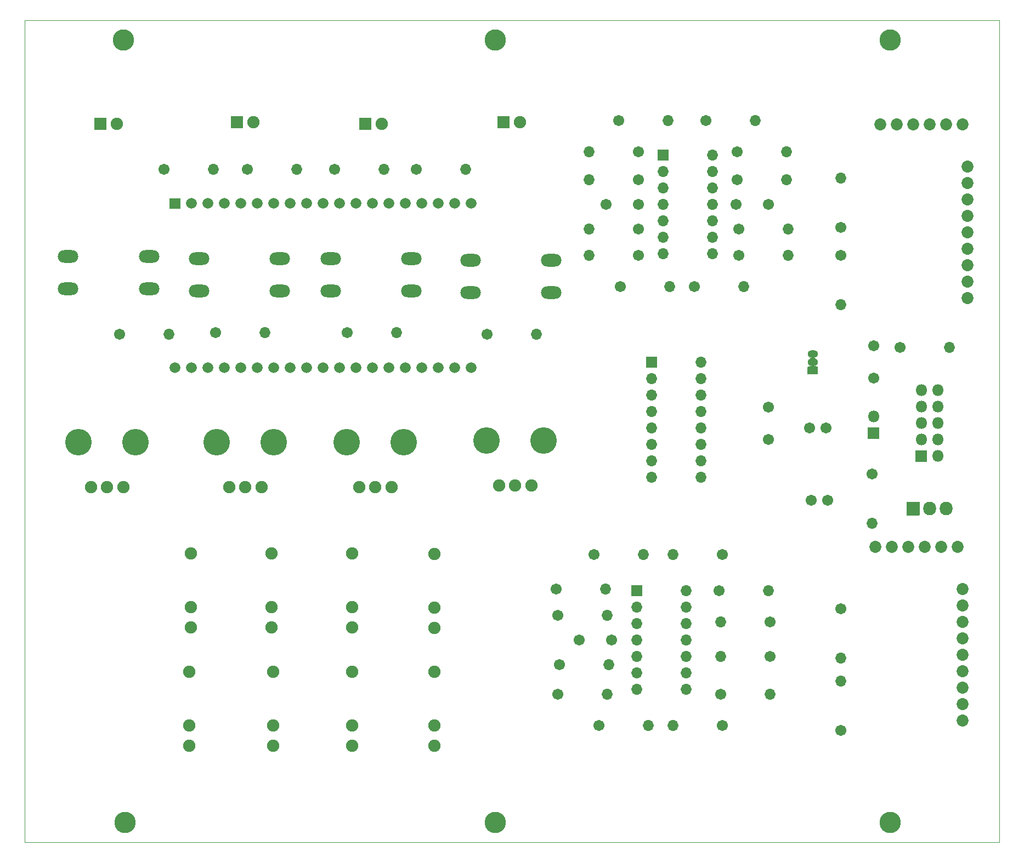
<source format=gbr>
G04 #@! TF.GenerationSoftware,KiCad,Pcbnew,(5.1.7)-1*
G04 #@! TF.CreationDate,2020-10-22T22:29:39+02:00*
G04 #@! TF.ProjectId,eurorack_engine,6575726f-7261-4636-9b5f-656e67696e65,rev?*
G04 #@! TF.SameCoordinates,Original*
G04 #@! TF.FileFunction,Soldermask,Top*
G04 #@! TF.FilePolarity,Negative*
%FSLAX46Y46*%
G04 Gerber Fmt 4.6, Leading zero omitted, Abs format (unit mm)*
G04 Created by KiCad (PCBNEW (5.1.7)-1) date 2020-10-22 22:29:39*
%MOMM*%
%LPD*%
G01*
G04 APERTURE LIST*
G04 #@! TA.AperFunction,Profile*
%ADD10C,0.050000*%
G04 #@! TD*
%ADD11C,3.302000*%
%ADD12O,1.602000X1.152000*%
%ADD13O,2.007000X2.102000*%
%ADD14O,1.702000X1.702000*%
%ADD15C,4.102000*%
%ADD16C,1.902000*%
%ADD17C,1.702000*%
%ADD18O,1.802000X1.802000*%
%ADD19O,3.150000X1.952000*%
%ADD20C,1.852000*%
%ADD21C,1.662000*%
%ADD22C,0.150000*%
G04 APERTURE END LIST*
D10*
X0Y-127000000D02*
X0Y0D01*
X150500000Y-127000000D02*
X0Y-127000000D01*
X150500000Y0D02*
X150500000Y-127000000D01*
X0Y0D02*
X150500000Y0D01*
X0Y-127000000D02*
X0Y0D01*
X150500000Y-127000000D02*
X0Y-127000000D01*
X150500000Y0D02*
X150500000Y-127000000D01*
X0Y0D02*
X150500000Y0D01*
D11*
X72644000Y-123952000D03*
X72644000Y-3048000D03*
X15494000Y-123952000D03*
X133604000Y-123952000D03*
X15240000Y-3048000D03*
X133604000Y-3048000D03*
G36*
G01*
X122416000Y-54678000D02*
X120916000Y-54678000D01*
G75*
G02*
X120865000Y-54627000I0J51000D01*
G01*
X120865000Y-53577000D01*
G75*
G02*
X120916000Y-53526000I51000J0D01*
G01*
X122416000Y-53526000D01*
G75*
G02*
X122467000Y-53577000I0J-51000D01*
G01*
X122467000Y-54627000D01*
G75*
G02*
X122416000Y-54678000I-51000J0D01*
G01*
G37*
D12*
X121666000Y-51562000D03*
X121666000Y-52832000D03*
D13*
X142240000Y-75438000D03*
X139700000Y-75438000D03*
G36*
G01*
X136156500Y-76438000D02*
X136156500Y-74438000D01*
G75*
G02*
X136207500Y-74387000I51000J0D01*
G01*
X138112500Y-74387000D01*
G75*
G02*
X138163500Y-74438000I0J-51000D01*
G01*
X138163500Y-76438000D01*
G75*
G02*
X138112500Y-76489000I-51000J0D01*
G01*
X136207500Y-76489000D01*
G75*
G02*
X136156500Y-76438000I0J51000D01*
G01*
G37*
D14*
X102108000Y-88138000D03*
X94488000Y-103378000D03*
X102108000Y-90678000D03*
X94488000Y-100838000D03*
X102108000Y-93218000D03*
X94488000Y-98298000D03*
X102108000Y-95758000D03*
X94488000Y-95758000D03*
X102108000Y-98298000D03*
X94488000Y-93218000D03*
X102108000Y-100838000D03*
X94488000Y-90678000D03*
X102108000Y-103378000D03*
G36*
G01*
X93637000Y-88938000D02*
X93637000Y-87338000D01*
G75*
G02*
X93688000Y-87287000I51000J0D01*
G01*
X95288000Y-87287000D01*
G75*
G02*
X95339000Y-87338000I0J-51000D01*
G01*
X95339000Y-88938000D01*
G75*
G02*
X95288000Y-88989000I-51000J0D01*
G01*
X93688000Y-88989000D01*
G75*
G02*
X93637000Y-88938000I0J51000D01*
G01*
G37*
X106172000Y-20828000D03*
X98552000Y-36068000D03*
X106172000Y-23368000D03*
X98552000Y-33528000D03*
X106172000Y-25908000D03*
X98552000Y-30988000D03*
X106172000Y-28448000D03*
X98552000Y-28448000D03*
X106172000Y-30988000D03*
X98552000Y-25908000D03*
X106172000Y-33528000D03*
X98552000Y-23368000D03*
X106172000Y-36068000D03*
G36*
G01*
X97701000Y-21628000D02*
X97701000Y-20028000D01*
G75*
G02*
X97752000Y-19977000I51000J0D01*
G01*
X99352000Y-19977000D01*
G75*
G02*
X99403000Y-20028000I0J-51000D01*
G01*
X99403000Y-21628000D01*
G75*
G02*
X99352000Y-21679000I-51000J0D01*
G01*
X97752000Y-21679000D01*
G75*
G02*
X97701000Y-21628000I0J51000D01*
G01*
G37*
X104394000Y-52832000D03*
X96774000Y-70612000D03*
X104394000Y-55372000D03*
X96774000Y-68072000D03*
X104394000Y-57912000D03*
X96774000Y-65532000D03*
X104394000Y-60452000D03*
X96774000Y-62992000D03*
X104394000Y-62992000D03*
X96774000Y-60452000D03*
X104394000Y-65532000D03*
X96774000Y-57912000D03*
X104394000Y-68072000D03*
X96774000Y-55372000D03*
X104394000Y-70612000D03*
G36*
G01*
X95923000Y-53632000D02*
X95923000Y-52032000D01*
G75*
G02*
X95974000Y-51981000I51000J0D01*
G01*
X97574000Y-51981000D01*
G75*
G02*
X97625000Y-52032000I0J-51000D01*
G01*
X97625000Y-53632000D01*
G75*
G02*
X97574000Y-53683000I-51000J0D01*
G01*
X95974000Y-53683000D01*
G75*
G02*
X95923000Y-53632000I0J51000D01*
G01*
G37*
D15*
X80132000Y-64882000D03*
X71332000Y-64882000D03*
D16*
X78232000Y-71882000D03*
X75732000Y-71882000D03*
X73232000Y-71882000D03*
D15*
X58542000Y-65136000D03*
X49742000Y-65136000D03*
D16*
X56642000Y-72136000D03*
X54142000Y-72136000D03*
X51642000Y-72136000D03*
D15*
X38476000Y-65136000D03*
X29676000Y-65136000D03*
D16*
X36576000Y-72136000D03*
X34076000Y-72136000D03*
X31576000Y-72136000D03*
D15*
X17140000Y-65136000D03*
X8340000Y-65136000D03*
D16*
X15240000Y-72136000D03*
X12740000Y-72136000D03*
X10240000Y-72136000D03*
D14*
X142748000Y-50546000D03*
D17*
X135128000Y-50546000D03*
D14*
X130810000Y-77724000D03*
D17*
X130810000Y-70104000D03*
D14*
X117602000Y-20320000D03*
D17*
X109982000Y-20320000D03*
D14*
X87122000Y-36322000D03*
D17*
X94742000Y-36322000D03*
D14*
X115062000Y-104140000D03*
D17*
X107442000Y-104140000D03*
D14*
X114808000Y-88138000D03*
D17*
X107188000Y-88138000D03*
D14*
X117602000Y-24638000D03*
D17*
X109982000Y-24638000D03*
D14*
X99568000Y-41148000D03*
D17*
X91948000Y-41148000D03*
D14*
X100076000Y-108966000D03*
D17*
X107696000Y-108966000D03*
D14*
X100076000Y-82550000D03*
D17*
X107696000Y-82550000D03*
D14*
X112776000Y-15494000D03*
D17*
X105156000Y-15494000D03*
D14*
X87122000Y-32258000D03*
D17*
X94742000Y-32258000D03*
D14*
X107442000Y-98298000D03*
D17*
X115062000Y-98298000D03*
D14*
X107442000Y-92964000D03*
D17*
X115062000Y-92964000D03*
D14*
X125984000Y-24384000D03*
D17*
X125984000Y-32004000D03*
D14*
X125984000Y-102108000D03*
D17*
X125984000Y-109728000D03*
D14*
X117856000Y-36322000D03*
D17*
X110236000Y-36322000D03*
D14*
X87122000Y-20320000D03*
D17*
X94742000Y-20320000D03*
D14*
X89662000Y-87884000D03*
D17*
X82042000Y-87884000D03*
D14*
X89916000Y-104140000D03*
D17*
X82296000Y-104140000D03*
D14*
X95504000Y-82550000D03*
D17*
X87884000Y-82550000D03*
D14*
X96266000Y-108966000D03*
D17*
X88646000Y-108966000D03*
D14*
X110998000Y-41148000D03*
D17*
X103378000Y-41148000D03*
D14*
X99314000Y-15494000D03*
D17*
X91694000Y-15494000D03*
D14*
X89916000Y-91948000D03*
D17*
X82296000Y-91948000D03*
D14*
X90170000Y-99568000D03*
D17*
X82550000Y-99568000D03*
D14*
X117856000Y-32258000D03*
D17*
X110236000Y-32258000D03*
D14*
X87122000Y-24638000D03*
D17*
X94742000Y-24638000D03*
D14*
X125984000Y-43942000D03*
D17*
X125984000Y-36322000D03*
D14*
X125984000Y-98552000D03*
D17*
X125984000Y-90932000D03*
D18*
X131064000Y-61214000D03*
G36*
G01*
X131965000Y-62904000D02*
X131965000Y-64604000D01*
G75*
G02*
X131914000Y-64655000I-51000J0D01*
G01*
X130214000Y-64655000D01*
G75*
G02*
X130163000Y-64604000I0J51000D01*
G01*
X130163000Y-62904000D01*
G75*
G02*
X130214000Y-62853000I51000J0D01*
G01*
X131914000Y-62853000D01*
G75*
G02*
X131965000Y-62904000I0J-51000D01*
G01*
G37*
X140970000Y-57150000D03*
X138430000Y-57150000D03*
X140970000Y-59690000D03*
X138430000Y-59690000D03*
X140970000Y-62230000D03*
X138430000Y-62230000D03*
X140970000Y-64770000D03*
X138430000Y-64770000D03*
X140970000Y-67310000D03*
G36*
G01*
X137529000Y-68160000D02*
X137529000Y-66460000D01*
G75*
G02*
X137580000Y-66409000I51000J0D01*
G01*
X139280000Y-66409000D01*
G75*
G02*
X139331000Y-66460000I0J-51000D01*
G01*
X139331000Y-68160000D01*
G75*
G02*
X139280000Y-68211000I-51000J0D01*
G01*
X137580000Y-68211000D01*
G75*
G02*
X137529000Y-68160000I0J51000D01*
G01*
G37*
D16*
X63246000Y-100666000D03*
X63246000Y-112066000D03*
X63246000Y-108966000D03*
X38354000Y-100666000D03*
X38354000Y-112066000D03*
X38354000Y-108966000D03*
X50546000Y-82378000D03*
X50546000Y-93778000D03*
X50546000Y-90678000D03*
X63246000Y-82456000D03*
X63246000Y-93856000D03*
X63246000Y-90756000D03*
X50546000Y-100666000D03*
X50546000Y-112066000D03*
X50546000Y-108966000D03*
X25400000Y-100666000D03*
X25400000Y-112066000D03*
X25400000Y-108966000D03*
X25654000Y-82378000D03*
X25654000Y-93778000D03*
X25654000Y-90678000D03*
X38100000Y-82378000D03*
X38100000Y-93778000D03*
X38100000Y-90678000D03*
D17*
X90598000Y-95758000D03*
X85598000Y-95758000D03*
X131064000Y-55292000D03*
X131064000Y-50292000D03*
X114808000Y-28448000D03*
X109808000Y-28448000D03*
X94742000Y-28448000D03*
X89742000Y-28448000D03*
X114808000Y-59770000D03*
X114808000Y-64770000D03*
X121198000Y-62992000D03*
X123698000Y-62992000D03*
X121452000Y-74168000D03*
X123952000Y-74168000D03*
D19*
X68834000Y-42084000D03*
X68834000Y-37084000D03*
X81334000Y-42084000D03*
X81334000Y-37084000D03*
X47244000Y-41830000D03*
X47244000Y-36830000D03*
X59744000Y-41830000D03*
X59744000Y-36830000D03*
X26924000Y-41830000D03*
X26924000Y-36830000D03*
X39424000Y-41830000D03*
X39424000Y-36830000D03*
X6746000Y-41476000D03*
X6746000Y-36476000D03*
X19246000Y-41476000D03*
X19246000Y-36476000D03*
D14*
X78994000Y-48514000D03*
D17*
X71374000Y-48514000D03*
D14*
X57404000Y-48260000D03*
D17*
X49784000Y-48260000D03*
D14*
X37084000Y-48260000D03*
D17*
X29464000Y-48260000D03*
D14*
X22246000Y-48476000D03*
D17*
X14626000Y-48476000D03*
D14*
X68120000Y-23000000D03*
D17*
X60500000Y-23000000D03*
D14*
X55500000Y-23000000D03*
D17*
X47880000Y-23000000D03*
D14*
X42000000Y-23000000D03*
D17*
X34380000Y-23000000D03*
D14*
X29120000Y-23000000D03*
D17*
X21500000Y-23000000D03*
D20*
X145542000Y-42926000D03*
X145542000Y-40386000D03*
X145542000Y-37846000D03*
X145542000Y-35306000D03*
X145542000Y-32766000D03*
X145542000Y-30226000D03*
X145542000Y-27686000D03*
X145542000Y-25146000D03*
X145542000Y-22606000D03*
X144792000Y-16106000D03*
X142252000Y-16106000D03*
X139712000Y-16106000D03*
X137172000Y-16106000D03*
X134632000Y-16106000D03*
X132092000Y-16106000D03*
D16*
X76454000Y-15748000D03*
G36*
G01*
X72963000Y-16648000D02*
X72963000Y-14848000D01*
G75*
G02*
X73014000Y-14797000I51000J0D01*
G01*
X74814000Y-14797000D01*
G75*
G02*
X74865000Y-14848000I0J-51000D01*
G01*
X74865000Y-16648000D01*
G75*
G02*
X74814000Y-16699000I-51000J0D01*
G01*
X73014000Y-16699000D01*
G75*
G02*
X72963000Y-16648000I0J51000D01*
G01*
G37*
X55118000Y-16002000D03*
G36*
G01*
X51627000Y-16902000D02*
X51627000Y-15102000D01*
G75*
G02*
X51678000Y-15051000I51000J0D01*
G01*
X53478000Y-15051000D01*
G75*
G02*
X53529000Y-15102000I0J-51000D01*
G01*
X53529000Y-16902000D01*
G75*
G02*
X53478000Y-16953000I-51000J0D01*
G01*
X51678000Y-16953000D01*
G75*
G02*
X51627000Y-16902000I0J51000D01*
G01*
G37*
X35306000Y-15748000D03*
G36*
G01*
X31815000Y-16648000D02*
X31815000Y-14848000D01*
G75*
G02*
X31866000Y-14797000I51000J0D01*
G01*
X33666000Y-14797000D01*
G75*
G02*
X33717000Y-14848000I0J-51000D01*
G01*
X33717000Y-16648000D01*
G75*
G02*
X33666000Y-16699000I-51000J0D01*
G01*
X31866000Y-16699000D01*
G75*
G02*
X31815000Y-16648000I0J51000D01*
G01*
G37*
X14224000Y-16002000D03*
G36*
G01*
X10733000Y-16902000D02*
X10733000Y-15102000D01*
G75*
G02*
X10784000Y-15051000I51000J0D01*
G01*
X12584000Y-15051000D01*
G75*
G02*
X12635000Y-15102000I0J-51000D01*
G01*
X12635000Y-16902000D01*
G75*
G02*
X12584000Y-16953000I-51000J0D01*
G01*
X10784000Y-16953000D01*
G75*
G02*
X10733000Y-16902000I0J51000D01*
G01*
G37*
D21*
X68960000Y-53700000D03*
X66420000Y-53700000D03*
X63880000Y-53700000D03*
X61340000Y-53700000D03*
X58800000Y-53700000D03*
X56260000Y-53700000D03*
X53720000Y-53700000D03*
X51180000Y-53700000D03*
X48640000Y-53700000D03*
X46100000Y-53700000D03*
X43560000Y-53700000D03*
X41020000Y-53700000D03*
X38480000Y-53700000D03*
X35940000Y-53700000D03*
X33400000Y-53700000D03*
X30860000Y-53700000D03*
X28320000Y-53700000D03*
X25780000Y-53700000D03*
X23240000Y-53700000D03*
X66420000Y-28300000D03*
X63880000Y-28300000D03*
X61340000Y-28300000D03*
X58800000Y-28300000D03*
X56260000Y-28300000D03*
X53720000Y-28300000D03*
X51180000Y-28300000D03*
X48640000Y-28300000D03*
X46100000Y-28300000D03*
X43560000Y-28300000D03*
X41020000Y-28300000D03*
X38480000Y-28300000D03*
X35940000Y-28300000D03*
X33400000Y-28300000D03*
X30860000Y-28300000D03*
X28320000Y-28300000D03*
X68960000Y-28300000D03*
X25780000Y-28300000D03*
G36*
G01*
X22460000Y-27469000D02*
X24020000Y-27469000D01*
G75*
G02*
X24071000Y-27520000I0J-51000D01*
G01*
X24071000Y-29080000D01*
G75*
G02*
X24020000Y-29131000I-51000J0D01*
G01*
X22460000Y-29131000D01*
G75*
G02*
X22409000Y-29080000I0J51000D01*
G01*
X22409000Y-27520000D01*
G75*
G02*
X22460000Y-27469000I51000J0D01*
G01*
G37*
D20*
X144780000Y-108204000D03*
X144780000Y-105664000D03*
X144780000Y-103124000D03*
X144780000Y-100584000D03*
X144780000Y-98044000D03*
X144780000Y-95504000D03*
X144780000Y-92964000D03*
X144780000Y-90424000D03*
X144780000Y-87884000D03*
X144030000Y-81384000D03*
X141490000Y-81384000D03*
X138950000Y-81384000D03*
X136410000Y-81384000D03*
X133870000Y-81384000D03*
X131330000Y-81384000D03*
D22*
G36*
X122215674Y-53308390D02*
G01*
X122215115Y-53310130D01*
X122202269Y-53322976D01*
X122188874Y-53343024D01*
X122179647Y-53365297D01*
X122174943Y-53388948D01*
X122174943Y-53413054D01*
X122179647Y-53436704D01*
X122188874Y-53458978D01*
X122202268Y-53479025D01*
X122219315Y-53496072D01*
X122239363Y-53509467D01*
X122261636Y-53518694D01*
X122285333Y-53523407D01*
X122297438Y-53524002D01*
X122299119Y-53525086D01*
X122299021Y-53527084D01*
X122297340Y-53528000D01*
X121034660Y-53528000D01*
X121032928Y-53527000D01*
X121032928Y-53525000D01*
X121034464Y-53524010D01*
X121058651Y-53521628D01*
X121081726Y-53514628D01*
X121102990Y-53503263D01*
X121121627Y-53487968D01*
X121136922Y-53469331D01*
X121148287Y-53448067D01*
X121155287Y-53424992D01*
X121157650Y-53401001D01*
X121155287Y-53377010D01*
X121148287Y-53353935D01*
X121136922Y-53332671D01*
X121121595Y-53313995D01*
X121120123Y-53312661D01*
X121119511Y-53310757D01*
X121120854Y-53309275D01*
X121122409Y-53309415D01*
X121221343Y-53362298D01*
X121329023Y-53394962D01*
X121441094Y-53406000D01*
X121890906Y-53406000D01*
X122002977Y-53394962D01*
X122110657Y-53362298D01*
X122209892Y-53309255D01*
X122212432Y-53307170D01*
X122214406Y-53306844D01*
X122215674Y-53308390D01*
G37*
G36*
X121214067Y-52088409D02*
G01*
X121221343Y-52092298D01*
X121329023Y-52124962D01*
X121441094Y-52136000D01*
X121890906Y-52136000D01*
X122002977Y-52124962D01*
X122110657Y-52092298D01*
X122117933Y-52088409D01*
X122119932Y-52088475D01*
X122120875Y-52090238D01*
X122119987Y-52091836D01*
X122104882Y-52101929D01*
X122087835Y-52118976D01*
X122074440Y-52139024D01*
X122065214Y-52161298D01*
X122060510Y-52184948D01*
X122060510Y-52209054D01*
X122065215Y-52232704D01*
X122074441Y-52254978D01*
X122087836Y-52275025D01*
X122104883Y-52292072D01*
X122119987Y-52302164D01*
X122120872Y-52303958D01*
X122119761Y-52305621D01*
X122117933Y-52305591D01*
X122110657Y-52301702D01*
X122002977Y-52269038D01*
X121890906Y-52258000D01*
X121441094Y-52258000D01*
X121329023Y-52269038D01*
X121221343Y-52301702D01*
X121214067Y-52305591D01*
X121212068Y-52305525D01*
X121211125Y-52303762D01*
X121212013Y-52302164D01*
X121227118Y-52292071D01*
X121244165Y-52275024D01*
X121257560Y-52254976D01*
X121266786Y-52232702D01*
X121271490Y-52209052D01*
X121271490Y-52184946D01*
X121266785Y-52161296D01*
X121257559Y-52139022D01*
X121244164Y-52118975D01*
X121227117Y-52101928D01*
X121212013Y-52091836D01*
X121211128Y-52090042D01*
X121212239Y-52088379D01*
X121214067Y-52088409D01*
G37*
M02*

</source>
